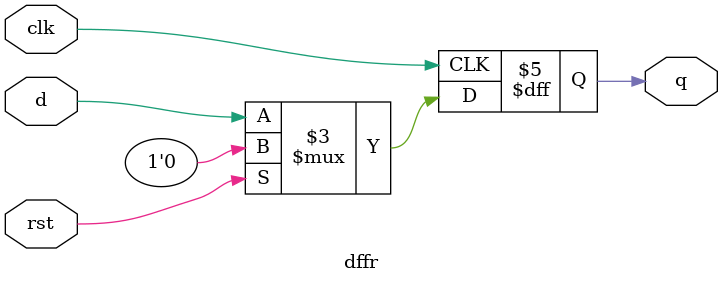
<source format=sv>

module dffr (
    input logic clk, d, rst,
    output logic q
    );

    always_ff @(posedge clk) begin
        if (rst) q <= 0;
        else     q <= d;
    end

endmodule

</source>
